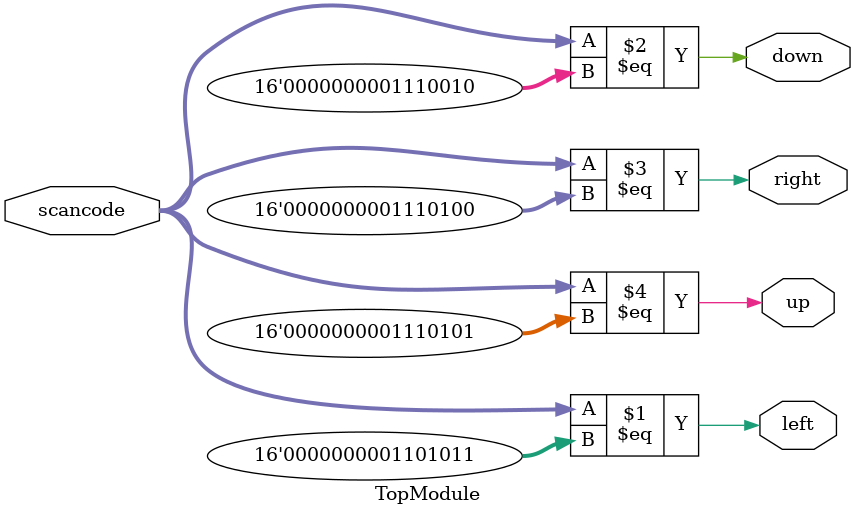
<source format=sv>

module TopModule (
  input [15:0] scancode,
  output reg left,
  output reg down,
  output reg right,
  output reg up
);
assign left = (scancode == 16'h06b);
assign down = (scancode == 16'h072);
assign right = (scancode == 16'h074);
assign up = (scancode == 16'h075);

endmodule

</source>
